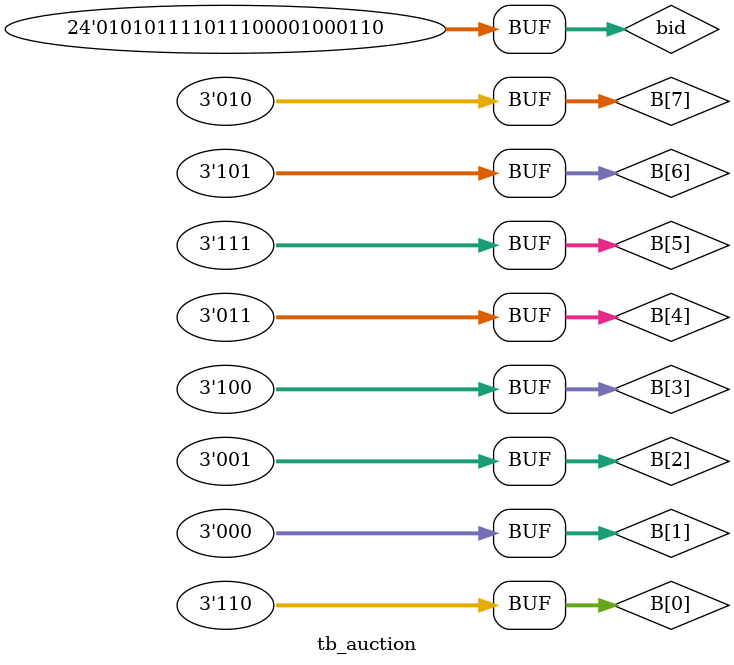
<source format=v>
module tb_auction;

parameter N = 3, W = 3;

wire [(2**N)*W-1:0] bid;
wire [N-1:0] winner;
wire [W-1:0] winning_bid;

wire [W-1:0] B [2**N-1:0];
genvar i;
generate
	for (i = 0; i < 2**N; i = i + 1)
		assign bid[(i+1)*W-1:i*W] = B[i]; 
endgenerate

assign B[0] = 6; //1
assign B[1] = 0; //7
assign B[2] = 1; //6
assign B[3] = 4; //3
assign B[4] = 3; //4
assign B[5] = 7; //0
assign B[6] = 5; //2
assign B[7] = 2; //5

auction #(.N(N), .W(W)) uut(
	.bid(bid),
	.winner(winner),
	.winning_bid(winning_bid)
);

endmodule


</source>
